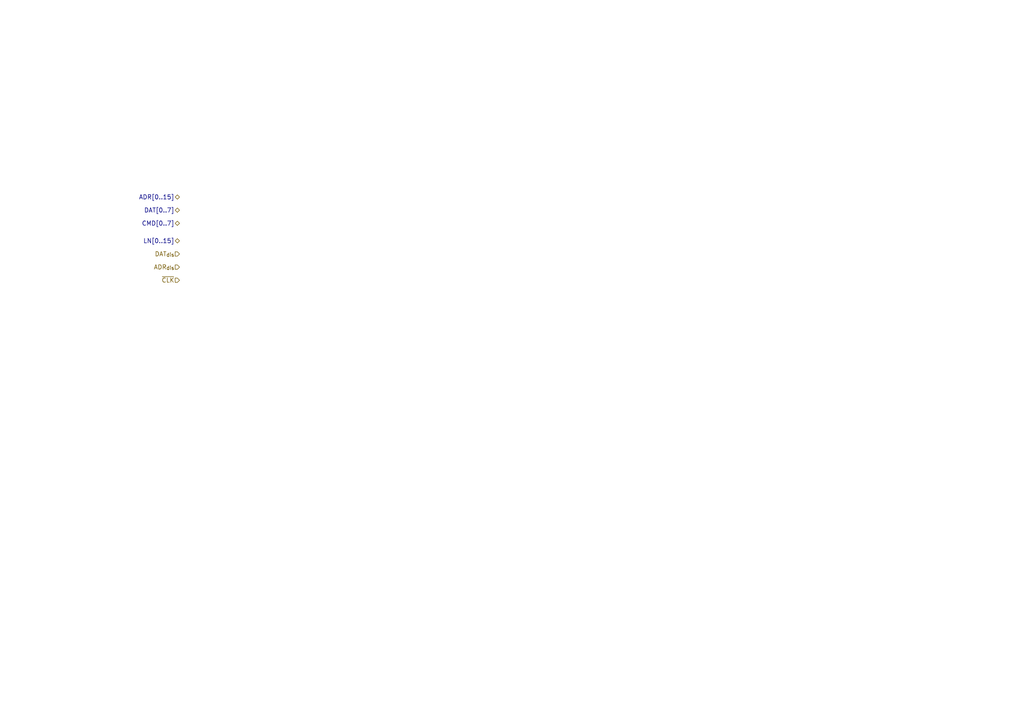
<source format=kicad_sch>
(kicad_sch
	(version 20250114)
	(generator "eeschema")
	(generator_version "9.0")
	(uuid "52a58335-cedb-4333-a9fc-72ffd06340e9")
	(paper "A4")
	(lib_symbols)
	(hierarchical_label "LN[0..15]"
		(shape tri_state)
		(at 52.07 69.85 180)
		(effects
			(font
				(size 1.27 1.27)
			)
			(justify right)
		)
		(uuid "2fef3d0f-833f-41ee-bce5-52ede11bf63f")
	)
	(hierarchical_label "CMD[0..7]"
		(shape tri_state)
		(at 52.07 64.77 180)
		(effects
			(font
				(size 1.27 1.27)
			)
			(justify right)
		)
		(uuid "52a63f96-1678-4133-b902-6085eb25f169")
	)
	(hierarchical_label "~{CLK}"
		(shape input)
		(at 52.07 81.28 180)
		(effects
			(font
				(size 1.27 1.27)
			)
			(justify right)
		)
		(uuid "60d7f321-2293-4ffa-bcfd-ace8383711a1")
	)
	(hierarchical_label "DAT[0..7]"
		(shape tri_state)
		(at 52.07 60.96 180)
		(effects
			(font
				(size 1.27 1.27)
			)
			(justify right)
		)
		(uuid "76f38329-58dc-4a5e-a647-dc646c8200d9")
	)
	(hierarchical_label "DAT_{dis}"
		(shape input)
		(at 52.07 73.66 180)
		(effects
			(font
				(size 1.27 1.27)
			)
			(justify right)
		)
		(uuid "a0370f85-ad96-4050-b4f3-376fe11f5d2a")
	)
	(hierarchical_label "ADR_{dis}"
		(shape input)
		(at 52.07 77.47 180)
		(effects
			(font
				(size 1.27 1.27)
			)
			(justify right)
		)
		(uuid "d37770a4-422a-4e68-86b1-64c78660e4e3")
	)
	(hierarchical_label "ADR[0..15]"
		(shape tri_state)
		(at 52.07 57.15 180)
		(effects
			(font
				(size 1.27 1.27)
			)
			(justify right)
		)
		(uuid "f42ba502-e04e-4ad8-8527-bab912a3a1e3")
	)
)

</source>
